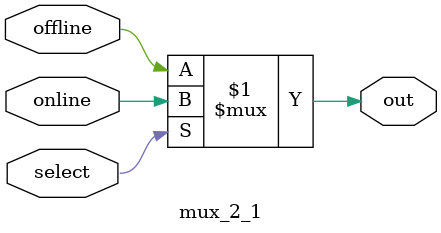
<source format=v>
`timescale 1ns / 1ps

module mux_2_1 (offline, online, select, out);
	input offline, online, select;
	output out;
	assign out = (select)?online:offline;
endmodule

</source>
